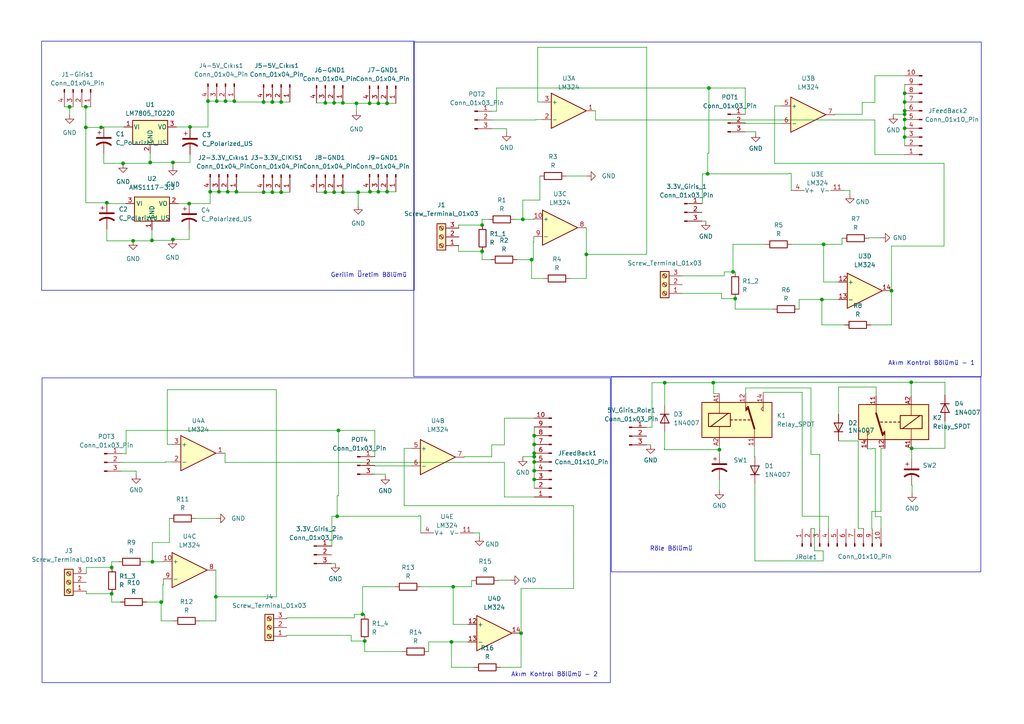
<source format=kicad_sch>
(kicad_sch (version 20230121) (generator eeschema)
  (paper "A4")
  (lib_symbols
    (symbol "Amplifier_Operational:LM324" (pin_names (offset 0.127))
      (property "Reference" "U" (at 0 5.08 0))
      (property "Value" "LM324" (at 0 -5.08 0))
      (symbol "LM324_1_1"
        (pin output line (at 7.62 0 180) (length 2.54) (name "~") (number "1"))
        (pin input line (at -7.62 -2.54 0) (length 2.54) (name "-") (number "2"))
        (pin input line (at -7.62 2.54 0) (length 2.54) (name "+") (number "3"))
      )
      (symbol "LM324_2_1"
        (pin input line (at -7.62 2.54 0) (length 2.54) (name "+") (number "5"))
        (pin input line (at -7.62 -2.54 0) (length 2.54) (name "-") (number "6"))
        (pin output line (at 7.62 0 180) (length 2.54) (name "~") (number "7"))
      )
      (symbol "LM324_3_1"
        (pin input line (at -7.62 2.54 0) (length 2.54) (name "+") (number "10"))
        (pin output line (at 7.62 0 180) (length 2.54) (name "~") (number "8"))
        (pin input line (at -7.62 -2.54 0) (length 2.54) (name "-") (number "9"))
      )
      (symbol "LM324_4_1"
        (pin input line (at -7.62 2.54 0) (length 2.54) (name "+") (number "12"))
        (pin input line (at -7.62 -2.54 0) (length 2.54) (name "-") (number "13"))
        (pin output line (at 7.62 0 180) (length 2.54) (name "~") (number "14"))
      )
      (symbol "LM324_5_1"
        (pin power_in line (at -2.54 -7.62 90) (length 3.81) (name "V-") (number "11"))
        (pin power_in line (at -2.54 7.62 270) (length 3.81) (name "V+") (number "4"))
      )
    )
    (symbol "Connector:Conn_01x03_Pin" (pin_names (offset 1.016) hide)
      (property "Reference" "J" (at 0 5.08 0))
      (property "Value" "Conn_01x03_Pin" (at 0 -5.08 0))
      (symbol "Conn_01x03_Pin_1_1"
        (pin passive line (at 5.08 2.54 180) (length 3.81) (name "Pin_1") (number "1"))
        (pin passive line (at 5.08 0 180) (length 3.81) (name "Pin_2") (number "2"))
        (pin passive line (at 5.08 -2.54 180) (length 3.81) (name "Pin_3") (number "3"))
      )
    )
    (symbol "Connector:Conn_01x04_Pin" (pin_names (offset 1.016) hide)
      (property "Reference" "J" (at 0 5.08 0))
      (property "Value" "Conn_01x04_Pin" (at 0 -7.62 0))
      (symbol "Conn_01x04_Pin_1_1"
        (pin passive line (at 5.08 2.54 180) (length 3.81) (name "Pin_1") (number "1"))
        (pin passive line (at 5.08 0 180) (length 3.81) (name "Pin_2") (number "2"))
        (pin passive line (at 5.08 -2.54 180) (length 3.81) (name "Pin_3") (number "3"))
        (pin passive line (at 5.08 -5.08 180) (length 3.81) (name "Pin_4") (number "4"))
      )
    )
    (symbol "Connector:Conn_01x10_Pin" (pin_names (offset 1.016) hide)
      (property "Reference" "J" (at 0 12.7 0))
      (property "Value" "Conn_01x10_Pin" (at 0 -15.24 0))
      (symbol "Conn_01x10_Pin_1_1"
        (pin passive line (at 5.08 10.16 180) (length 3.81) (name "Pin_1") (number "1"))
        (pin passive line (at 5.08 -12.7 180) (length 3.81) (name "Pin_10") (number "10"))
        (pin passive line (at 5.08 7.62 180) (length 3.81) (name "Pin_2") (number "2"))
        (pin passive line (at 5.08 5.08 180) (length 3.81) (name "Pin_3") (number "3"))
        (pin passive line (at 5.08 2.54 180) (length 3.81) (name "Pin_4") (number "4"))
        (pin passive line (at 5.08 0 180) (length 3.81) (name "Pin_5") (number "5"))
        (pin passive line (at 5.08 -2.54 180) (length 3.81) (name "Pin_6") (number "6"))
        (pin passive line (at 5.08 -5.08 180) (length 3.81) (name "Pin_7") (number "7"))
        (pin passive line (at 5.08 -7.62 180) (length 3.81) (name "Pin_8") (number "8"))
        (pin passive line (at 5.08 -10.16 180) (length 3.81) (name "Pin_9") (number "9"))
      )
    )
    (symbol "Connector:Screw_Terminal_01x03" (pin_names (offset 1.016) hide)
      (property "Reference" "J" (at 0 5.08 0))
      (property "Value" "Screw_Terminal_01x03" (at 0 -5.08 0))
      (symbol "Screw_Terminal_01x03_1_1"
        (pin passive line (at -5.08 2.54 0) (length 3.81) (name "Pin_1") (number "1"))
        (pin passive line (at -5.08 0 0) (length 3.81) (name "Pin_2") (number "2"))
        (pin passive line (at -5.08 -2.54 0) (length 3.81) (name "Pin_3") (number "3"))
      )
    )
    (symbol "Device:C_Polarized_US" (pin_numbers hide) (pin_names (offset 0.254) hide)
      (property "Reference" "C" (at 0.635 2.54 0))
      (property "Value" "C_Polarized_US" (at 0.635 -2.54 0))
      (symbol "C_Polarized_US_1_1"
        (pin passive line (at 0 3.81 270) (length 2.794) (name "~") (number "1"))
        (pin passive line (at 0 -3.81 90) (length 3.302) (name "~") (number "2"))
      )
    )
    (symbol "Device:R" (pin_numbers hide) (pin_names (offset 0))
      (property "Reference" "R" (at 2.032 0 90))
      (property "Value" "R" (at 0 0 90))
      (symbol "R_1_1"
        (pin passive line (at 0 3.81 270) (length 1.27) (name "~") (number "1"))
        (pin passive line (at 0 -3.81 90) (length 1.27) (name "~") (number "2"))
      )
    )
    (symbol "Diode:1N4007" (pin_numbers hide) (pin_names hide)
      (property "Reference" "D" (at 0 2.54 0))
      (property "Value" "1N4007" (at 0 -2.54 0))
      (symbol "1N4007_1_1"
        (pin passive line (at -3.81 0 0) (length 2.54) (name "K") (number "1"))
        (pin passive line (at 3.81 0 180) (length 2.54) (name "A") (number "2"))
      )
    )
    (symbol "Regulator_Linear:AMS1117-3.3"
      (property "Reference" "U" (at -3.81 3.175 0))
      (property "Value" "AMS1117-3.3" (at 0 3.175 0))
      (symbol "AMS1117-3.3_1_1"
        (pin power_in line (at 0 -7.62 90) (length 2.54) (name "GND") (number "1"))
        (pin power_out line (at 7.62 0 180) (length 2.54) (name "VO") (number "2"))
        (pin power_in line (at -7.62 0 0) (length 2.54) (name "VI") (number "3"))
      )
    )
    (symbol "Regulator_Linear:LM7805_TO220" (pin_names (offset 0.254))
      (property "Reference" "U" (at -3.81 3.175 0))
      (property "Value" "LM7805_TO220" (at 0 3.175 0))
      (symbol "LM7805_TO220_1_1"
        (pin power_in line (at -7.62 0 0) (length 2.54) (name "VI") (number "1"))
        (pin power_in line (at 0 -7.62 90) (length 2.54) (name "GND") (number "2"))
        (pin power_out line (at 7.62 0 180) (length 2.54) (name "VO") (number "3"))
      )
    )
    (symbol "Relay:Relay_SPDT"
      (property "Reference" "K" (at 11.43 3.81 0))
      (property "Value" "Relay_SPDT" (at 11.43 1.27 0))
      (symbol "Relay_SPDT_1_1"
        (pin passive line (at 5.08 -7.62 90) (length 2.54) (name "~") (number "11"))
        (pin passive line (at 2.54 7.62 270) (length 2.54) (name "~") (number "12"))
        (pin passive line (at 7.62 7.62 270) (length 2.54) (name "~") (number "14"))
        (pin passive line (at -5.08 7.62 270) (length 2.54) (name "~") (number "A1"))
        (pin passive line (at -5.08 -7.62 90) (length 2.54) (name "~") (number "A2"))
      )
    )
    (symbol "power:GND" (power) (pin_names (offset 0))
      (property "Value" "GND" (at 0 -3.81 0))
      (symbol "GND_1_1"
        (pin power_in line (at 0 0 270) (length 0) hide (name "GND") (number "1"))
      )
    )
  )
  (junction (at 154.178 75.311))
  (junction (at 151.13 183.642))
  (junction (at 30.988 58.801))
  (junction (at 38.608 69.85))
  (junction (at 107.188 29.972))
  (junction (at 62.865 29.337))
  (junction (at 262.382 29.591))
  (junction (at 29.337 36.957))
  (junction (at 262.382 34.671))
  (junction (at 65.405 29.337))
  (junction (at 206.883 110.998))
  (junction (at 99.441 55.753))
  (junction (at 50.165 69.469))
  (junction (at 103.886 55.753))
  (junction (at 131.445 170.18))
  (junction (at 262.382 37.211))
  (junction (at 262.382 39.751))
  (junction (at 44.196 162.941))
  (junction (at 81.534 29.591))
  (junction (at 63.5 55.626))
  (junction (at 212.598 78.867))
  (junction (at 24.892 30.988))
  (junction (at 62.611 173.101))
  (junction (at 109.728 29.972))
  (junction (at 76.454 55.753))
  (junction (at 151.638 63.627))
  (junction (at 99.441 29.845))
  (junction (at 32.385 172.212))
  (junction (at 24.892 36.957))
  (junction (at 107.315 55.626))
  (junction (at 103.378 29.972))
  (junction (at 105.791 185.928))
  (junction (at 154.94 136.525))
  (junction (at 262.382 27.051))
  (junction (at 98.171 124.841))
  (junction (at 264.414 130.048))
  (junction (at 105.156 178.181))
  (junction (at 60.325 29.337))
  (junction (at 54.864 59.055))
  (junction (at 208.661 130.429))
  (junction (at 44.069 69.723))
  (junction (at 262.382 32.131))
  (junction (at 238.887 70.866))
  (junction (at 96.901 29.845))
  (junction (at 109.728 55.626))
  (junction (at 20.193 30.988))
  (junction (at 130.937 186.182))
  (junction (at 205.232 50.419))
  (junction (at 139.827 65.278))
  (junction (at 262.382 33.147))
  (junction (at 154.94 133.985))
  (junction (at 67.945 29.337))
  (junction (at 81.534 55.753))
  (junction (at 68.58 55.626))
  (junction (at 46.736 174.625))
  (junction (at 32.385 164.592))
  (junction (at 96.901 55.753))
  (junction (at 213.233 86.614))
  (junction (at 154.94 131.445))
  (junction (at 154.94 128.905))
  (junction (at 170.053 73.787))
  (junction (at 55.118 36.83))
  (junction (at 112.268 55.626))
  (junction (at 50.165 47.117))
  (junction (at 192.786 110.998))
  (junction (at 35.687 47.371))
  (junction (at 94.361 29.845))
  (junction (at 258.572 84.328))
  (junction (at 78.994 29.591))
  (junction (at 238.379 86.868))
  (junction (at 264.287 110.871))
  (junction (at 66.04 55.626))
  (junction (at 112.268 29.972))
  (junction (at 76.454 29.591))
  (junction (at 154.94 126.365))
  (junction (at 154.94 139.065))
  (junction (at 205.613 25.527))
  (junction (at 78.994 55.753))
  (junction (at 154.94 132.461))
  (junction (at 139.827 72.898))
  (junction (at 60.96 55.626))
  (junction (at 97.79 149.733))
  (junction (at 43.561 47.117))
  (junction (at 94.361 55.753))
  (wire (pts (xy 242.062 33.147) (xy 242.062 33.274)))
  (wire (pts (xy 238.379 94.234) (xy 238.379 86.868)))
  (wire (pts (xy 148.082 168.275) (xy 144.526 168.275)))
  (wire (pts (xy 154.94 123.825) (xy 154.94 126.365)))
  (wire (pts (xy 122.047 149.606) (xy 121.412 149.606)))
  (wire (pts (xy 124.333 186.182) (xy 124.333 188.976)))
  (wire (pts (xy 117.221 146.685) (xy 117.221 130.048)))
  (wire (pts (xy 44.069 69.723) (xy 44.069 69.85)))
  (wire (pts (xy 264.287 114.808) (xy 264.287 110.871)))
  (wire (pts (xy 259.08 33.147) (xy 259.08 33.274)))
  (wire (pts (xy 112.268 55.626) (xy 114.808 55.626)))
  (wire (pts (xy 80.137 173.101) (xy 80.137 113.03)))
  (wire (pts (xy 248.92 153.289) (xy 250.444 153.289)))
  (wire (pts (xy 83.185 184.277) (xy 101.854 184.277)))
  (wire (pts (xy 258.572 71.374) (xy 273.812 71.374)))
  (wire (pts (xy 132.969 71.247) (xy 133.096 71.247)))
  (wire (pts (xy 51.689 59.055) (xy 54.864 59.055)))
  (wire (pts (xy 154.94 136.525) (xy 154.94 139.065)))
  (wire (pts (xy 24.892 58.801) (xy 24.892 36.957)))
  (wire (pts (xy 258.572 84.328) (xy 258.445 84.328)))
  (wire (pts (xy 187.579 73.787) (xy 187.579 13.716)))
  (wire (pts (xy 154.178 75.311) (xy 154.686 75.311)))
  (wire (pts (xy 262.382 32.131) (xy 262.382 33.147)))
  (wire (pts (xy 250.063 33.147) (xy 250.063 29.718)))
  (wire (pts (xy 244.729 55.245) (xy 246.507 55.245)))
  (wire (pts (xy 109.728 55.626) (xy 112.268 55.626)))
  (wire (pts (xy 231.775 86.868) (xy 231.775 89.662)))
  (wire (pts (xy 107.188 55.626) (xy 107.315 55.626)))
  (wire (pts (xy 192.659 130.175) (xy 192.786 130.175)))
  (wire (pts (xy 132.969 66.167) (xy 133.096 66.167)))
  (wire (pts (xy 246.507 55.245) (xy 246.507 56.388)))
  (wire (pts (xy 144.018 25.527) (xy 144.018 32.258)))
  (wire (pts (xy 20.193 30.988) (xy 21.209 30.988)))
  (wire (pts (xy 134.62 132.461) (xy 142.621 132.461)))
  (wire (pts (xy 47.244 169.545) (xy 47.244 174.625)))
  (wire (pts (xy 157.734 80.772) (xy 154.178 80.772)))
  (wire (pts (xy 264.287 110.871) (xy 274.066 110.871)))
  (wire (pts (xy 142.621 129.032) (xy 146.304 129.032)))
  (wire (pts (xy 170.053 80.772) (xy 170.053 73.787)))
  (wire (pts (xy 218.821 132.461) (xy 218.948 132.461)))
  (wire (pts (xy 172.72 32.131) (xy 172.593 32.131)))
  (wire (pts (xy 187.579 129.032) (xy 188.722 129.032)))
  (wire (pts (xy 237.744 131.826) (xy 235.204 131.826)))
  (wire (pts (xy 44.069 66.675) (xy 44.069 69.723)))
  (wire (pts (xy 238.76 159.766) (xy 236.22 159.766)))
  (wire (pts (xy 55.118 36.83) (xy 60.325 36.83)))
  (wire (pts (xy 192.786 130.175) (xy 192.786 125.222)))
  (wire (pts (xy 24.892 30.988) (xy 26.289 30.988)))
  (wire (pts (xy 139.827 65.278) (xy 139.954 65.278)))
  (wire (pts (xy 197.866 85.09) (xy 209.296 85.09)))
  (wire (pts (xy 146.304 134.112) (xy 146.304 144.145)))
  (wire (pts (xy 206.883 110.871) (xy 264.287 110.871)))
  (wire (pts (xy 255.524 153.416) (xy 255.524 149.86)))
  (wire (pts (xy 172.72 34.798) (xy 253.746 34.798)))
  (wire (pts (xy 121.412 149.606) (xy 121.412 149.733)))
  (wire (pts (xy 155.448 34.798) (xy 155.448 34.671)))
  (wire (pts (xy 144.526 168.275) (xy 144.526 168.402)))
  (wire (pts (xy 244.221 69.088) (xy 244.348 69.088)))
  (wire (pts (xy 83.185 179.197) (xy 102.743 179.197)))
  (wire (pts (xy 192.786 110.998) (xy 192.786 117.602)))
  (wire (pts (xy 238.379 86.868) (xy 231.775 86.868)))
  (wire (pts (xy 218.821 129.413) (xy 218.821 132.461)))
  (wire (pts (xy 208.661 129.413) (xy 208.661 130.429)))
  (wire (pts (xy 216.154 38.227) (xy 219.202 38.227)))
  (wire (pts (xy 262.382 34.671) (xy 262.382 37.211)))
  (wire (pts (xy 213.233 89.662) (xy 213.233 86.614)))
  (wire (pts (xy 32.385 172.212) (xy 32.512 172.212)))
  (wire (pts (xy 47.371 162.941) (xy 47.371 162.814)))
  (wire (pts (xy 238.76 162.687) (xy 238.76 159.766)))
  (wire (pts (xy 94.361 55.753) (xy 96.901 55.753)))
  (wire (pts (xy 229.489 55.245) (xy 229.489 50.292)))
  (wire (pts (xy 274.066 130.048) (xy 264.414 130.048)))
  (wire (pts (xy 151.13 183.642) (xy 151.003 183.642)))
  (wire (pts (xy 226.822 35.814) (xy 216.154 35.814)))
  (wire (pts (xy 108.712 137.541) (xy 111.76 137.541)))
  (wire (pts (xy 154.94 131.445) (xy 154.94 132.461)))
  (wire (pts (xy 135.763 186.182) (xy 130.937 186.182)))
  (wire (pts (xy 262.382 29.591) (xy 262.382 32.131)))
  (wire (pts (xy 255.524 130.048) (xy 256.667 130.048)))
  (wire (pts (xy 142.748 37.338) (xy 146.939 37.338)))
  (wire (pts (xy 42.545 174.625) (xy 46.736 174.625)))
  (wire (pts (xy 250.444 153.289) (xy 250.444 153.416)))
  (wire (pts (xy 50.165 47.117) (xy 43.561 47.117)))
  (wire (pts (xy 51.181 36.83) (xy 55.118 36.83)))
  (wire (pts (xy 81.534 29.591) (xy 84.074 29.591)))
  (wire (pts (xy 96.901 55.753) (xy 99.441 55.753)))
  (wire (pts (xy 253.746 21.971) (xy 262.382 21.971)))
  (wire (pts (xy 94.361 29.845) (xy 96.901 29.845)))
  (wire (pts (xy 116.713 188.976) (xy 105.791 188.976)))
  (wire (pts (xy 99.441 29.972) (xy 99.441 29.845)))
  (wire (pts (xy 43.561 44.45) (xy 43.561 47.117)))
  (wire (pts (xy 189.103 110.998) (xy 192.786 110.998)))
  (wire (pts (xy 255.524 149.86) (xy 253.873 149.86)))
  (wire (pts (xy 216.281 112.522) (xy 216.281 114.173)))
  (wire (pts (xy 65.405 29.337) (xy 67.945 29.337)))
  (wire (pts (xy 255.524 148.336) (xy 252.857 148.336)))
  (wire (pts (xy 224.663 30.734) (xy 226.822 30.734)))
  (wire (pts (xy 187.579 13.716) (xy 155.956 13.716)))
  (wire (pts (xy 218.948 162.687) (xy 238.76 162.687)))
  (wire (pts (xy 216.154 35.814) (xy 216.154 35.687)))
  (wire (pts (xy 205.613 25.527) (xy 144.018 25.527)))
  (wire (pts (xy 78.994 29.591) (xy 81.534 29.591)))
  (wire (pts (xy 235.204 131.826) (xy 235.204 112.522)))
  (wire (pts (xy 154.94 132.461) (xy 151.638 132.461)))
  (wire (pts (xy 205.613 25.527) (xy 216.154 25.527)))
  (wire (pts (xy 23.749 30.988) (xy 24.892 30.988)))
  (wire (pts (xy 229.489 50.292) (xy 228.854 50.292)))
  (wire (pts (xy 55.118 36.83) (xy 55.118 37.211)))
  (wire (pts (xy 235.204 112.522) (xy 216.281 112.522)))
  (wire (pts (xy 48.514 128.905) (xy 49.911 128.905)))
  (wire (pts (xy 105.791 188.976) (xy 105.791 185.928)))
  (wire (pts (xy 244.221 70.866) (xy 244.221 69.088)))
  (wire (pts (xy 146.939 37.338) (xy 146.939 38.354)))
  (wire (pts (xy 112.268 29.972) (xy 114.808 29.972)))
  (wire (pts (xy 228.854 50.419) (xy 205.232 50.419)))
  (wire (pts (xy 154.686 70.231) (xy 154.813 70.231)))
  (wire (pts (xy 98.171 143.764) (xy 98.171 124.841)))
  (wire (pts (xy 62.611 173.101) (xy 62.611 165.354)))
  (wire (pts (xy 50.292 180.086) (xy 46.736 180.086)))
  (wire (pts (xy 262.382 39.751) (xy 262.382 42.291)))
  (wire (pts (xy 253.873 149.86) (xy 253.873 130.048)))
  (wire (pts (xy 154.178 75.311) (xy 154.178 80.772)))
  (wire (pts (xy 25.019 164.592) (xy 32.385 164.592)))
  (wire (pts (xy 224.155 89.662) (xy 213.233 89.662)))
  (wire (pts (xy 30.988 66.421) (xy 30.988 69.85)))
  (wire (pts (xy 203.708 50.419) (xy 203.708 59.055)))
  (wire (pts (xy 135.763 181.102) (xy 131.445 181.102)))
  (wire (pts (xy 29.337 36.957) (xy 30.099 36.957)))
  (wire (pts (xy 155.956 29.591) (xy 157.353 29.591)))
  (wire (pts (xy 50.165 47.117) (xy 55.118 47.117)))
  (wire (pts (xy 273.812 47.371) (xy 224.663 47.371)))
  (wire (pts (xy 38.608 69.85) (xy 30.988 69.85)))
  (wire (pts (xy 207.01 110.998) (xy 207.01 114.173)))
  (wire (pts (xy 98.171 124.841) (xy 108.712 124.841)))
  (wire (pts (xy 218.948 140.208) (xy 218.948 162.687)))
  (wire (pts (xy 107.315 55.626) (xy 109.728 55.626)))
  (wire (pts (xy 101.854 184.277) (xy 101.854 185.928)))
  (wire (pts (xy 258.572 71.374) (xy 258.572 84.328)))
  (wire (pts (xy 108.712 135.128) (xy 108.712 135.001)))
  (wire (pts (xy 224.663 47.371) (xy 224.663 30.734)))
  (wire (pts (xy 238.887 70.866) (xy 244.221 70.866)))
  (wire (pts (xy 142.748 34.798) (xy 155.448 34.798)))
  (wire (pts (xy 46.736 174.625) (xy 47.244 174.625)))
  (wire (pts (xy 35.941 36.83) (xy 29.337 36.83)))
  (wire (pts (xy 48.514 113.03) (xy 48.514 128.905)))
  (wire (pts (xy 232.664 113.792) (xy 232.664 149.733)))
  (wire (pts (xy 154.813 70.231) (xy 154.813 68.58)))
  (wire (pts (xy 213.233 78.867) (xy 213.233 78.994)))
  (wire (pts (xy 78.994 55.753) (xy 81.534 55.753)))
  (wire (pts (xy 142.367 75.311) (xy 139.827 75.311)))
  (wire (pts (xy 151.638 58.039) (xy 151.638 63.627)))
  (wire (pts (xy 134.62 132.461) (xy 134.62 132.588)))
  (wire (pts (xy 60.325 36.83) (xy 60.325 29.337)))
  (wire (pts (xy 237.744 153.416) (xy 237.744 131.826)))
  (wire (pts (xy 192.659 130.429) (xy 208.661 130.429)))
  (wire (pts (xy 156.591 58.039) (xy 151.638 58.039)))
  (wire (pts (xy 255.524 130.048) (xy 255.524 148.336)))
  (wire (pts (xy 154.94 126.365) (xy 154.94 128.905)))
  (wire (pts (xy 18.669 30.988) (xy 20.193 30.988)))
  (wire (pts (xy 197.866 80.01) (xy 210.058 80.01)))
  (wire (pts (xy 96.266 149.733) (xy 96.266 158.369)))
  (wire (pts (xy 141.732 63.627) (xy 139.827 63.627)))
  (wire (pts (xy 206.883 110.998) (xy 207.01 110.998)))
  (wire (pts (xy 32.385 164.592) (xy 32.512 164.592)))
  (wire (pts (xy 43.561 47.117) (xy 43.561 47.371)))
  (wire (pts (xy 107.315 55.753) (xy 107.315 55.626)))
  (wire (pts (xy 154.813 63.627) (xy 154.813 63.5)))
  (wire (pts (xy 151.638 63.627) (xy 154.813 63.627)))
  (wire (pts (xy 67.945 29.591) (xy 67.945 29.337)))
  (wire (pts (xy 50.165 69.723) (xy 50.165 69.469)))
  (wire (pts (xy 156.591 51.054) (xy 156.591 58.039)))
  (wire (pts (xy 252.603 94.234) (xy 258.572 94.234)))
  (wire (pts (xy 76.454 29.591) (xy 78.994 29.591)))
  (wire (pts (xy 146.304 121.285) (xy 154.94 121.285)))
  (wire (pts (xy 262.382 33.147) (xy 259.08 33.147)))
  (wire (pts (xy 262.382 37.211) (xy 262.382 39.751)))
  (wire (pts (xy 109.728 29.972) (xy 112.268 29.972)))
  (wire (pts (xy 262.382 44.831) (xy 253.746 44.831)))
  (wire (pts (xy 253.746 29.718) (xy 253.746 21.971)))
  (wire (pts (xy 62.611 173.101) (xy 80.137 173.101)))
  (wire (pts (xy 105.156 178.181) (xy 105.791 178.181)))
  (wire (pts (xy 102.743 179.197) (xy 102.743 178.181)))
  (wire (pts (xy 212.598 70.866) (xy 212.598 78.867)))
  (wire (pts (xy 240.284 149.733) (xy 240.284 153.416)))
  (wire (pts (xy 248.92 127.889) (xy 243.205 127.889)))
  (wire (pts (xy 155.956 13.716) (xy 155.956 29.591)))
  (wire (pts (xy 130.937 186.182) (xy 124.333 186.182)))
  (wire (pts (xy 132.969 65.278) (xy 139.827 65.278)))
  (wire (pts (xy 151.13 170.688) (xy 166.37 170.688)))
  (wire (pts (xy 235.204 153.289) (xy 235.204 153.416)))
  (wire (pts (xy 57.912 180.086) (xy 62.611 180.086)))
  (wire (pts (xy 139.827 72.898) (xy 139.954 72.898)))
  (wire (pts (xy 207.01 114.173) (xy 208.661 114.173)))
  (wire (pts (xy 121.412 149.733) (xy 97.79 149.733)))
  (wire (pts (xy 32.385 162.941) (xy 32.385 164.592)))
  (wire (pts (xy 56.769 150.368) (xy 62.738 150.368)))
  (wire (pts (xy 212.598 78.867) (xy 213.233 78.867)))
  (wire (pts (xy 25.019 164.592) (xy 25.019 166.37)))
  (wire (pts (xy 48.006 133.985) (xy 49.911 133.985)))
  (wire (pts (xy 107.188 29.972) (xy 103.378 29.972)))
  (wire (pts (xy 205.613 44.45) (xy 205.613 25.527)))
  (wire (pts (xy 68.58 55.753) (xy 68.58 55.626)))
  (wire (pts (xy 146.304 129.032) (xy 146.304 121.285)))
  (wire (pts (xy 46.736 174.625) (xy 46.736 180.086)))
  (wire (pts (xy 96.266 158.369) (xy 96.139 158.369)))
  (wire (pts (xy 131.445 170.18) (xy 131.445 181.102)))
  (wire (pts (xy 254.127 112.268) (xy 254.127 114.808)))
  (wire (pts (xy 248.92 127.889) (xy 248.92 153.289)))
  (wire (pts (xy 48.006 134.112) (xy 48.006 133.985)))
  (wire (pts (xy 96.901 29.845) (xy 99.441 29.845)))
  (wire (pts (xy 236.22 159.766) (xy 236.22 153.289)))
  (wire (pts (xy 114.554 170.18) (xy 105.156 170.18)))
  (wire (pts (xy 105.156 170.18) (xy 105.156 178.181)))
  (wire (pts (xy 154.94 128.905) (xy 154.94 131.445)))
  (wire (pts (xy 273.812 71.374) (xy 273.812 47.371)))
  (wire (pts (xy 36.576 124.841) (xy 36.576 131.572)))
  (wire (pts (xy 103.378 29.972) (xy 99.441 29.972)))
  (wire (pts (xy 83.185 179.197) (xy 83.185 179.451)))
  (wire (pts (xy 29.337 36.83) (xy 29.337 36.957)))
  (wire (pts (xy 166.37 146.685) (xy 117.221 146.685)))
  (wire (pts (xy 108.712 124.841) (xy 108.712 132.461)))
  (wire (pts (xy 154.94 144.145) (xy 146.304 144.145)))
  (wire (pts (xy 111.76 137.541) (xy 111.76 137.922)))
  (wire (pts (xy 60.325 29.337) (xy 62.865 29.337)))
  (wire (pts (xy 130.937 193.548) (xy 130.937 186.182)))
  (wire (pts (xy 65.278 134.112) (xy 146.304 134.112)))
  (wire (pts (xy 97.79 143.764) (xy 97.79 149.733)))
  (wire (pts (xy 229.616 70.866) (xy 238.887 70.866)))
  (wire (pts (xy 103.378 29.972) (xy 103.378 32.258)))
  (wire (pts (xy 139.065 154.559) (xy 139.065 155.702)))
  (wire (pts (xy 83.185 184.531) (xy 83.185 184.277)))
  (wire (pts (xy 170.053 73.787) (xy 187.579 73.787)))
  (wire (pts (xy 137.287 154.559) (xy 139.065 154.559)))
  (wire (pts (xy 221.361 113.792) (xy 232.664 113.792)))
  (wire (pts (xy 35.306 134.112) (xy 48.006 134.112)))
  (wire (pts (xy 101.854 185.928) (xy 105.791 185.928)))
  (wire (pts (xy 35.306 136.652) (xy 39.497 136.652)))
  (wire (pts (xy 274.066 110.871) (xy 274.066 114.554)))
  (wire (pts (xy 154.94 133.985) (xy 154.94 132.461)))
  (wire (pts (xy 205.232 44.45) (xy 205.232 50.419)))
  (wire (pts (xy 44.069 69.723) (xy 50.165 69.723)))
  (wire (pts (xy 103.886 55.753) (xy 107.315 55.753)))
  (wire (pts (xy 155.448 34.671) (xy 157.353 34.671)))
  (wire (pts (xy 264.541 143.002) (xy 264.541 140.716)))
  (wire (pts (xy 144.018 32.258) (xy 142.748 32.258)))
  (wire (pts (xy 205.232 50.419) (xy 203.708 50.419)))
  (wire (pts (xy 238.887 70.866) (xy 238.887 81.788)))
  (wire (pts (xy 60.96 55.626) (xy 63.5 55.626)))
  (wire (pts (xy 203.581 64.135) (xy 204.724 64.135)))
  (wire (pts (xy 253.873 130.048) (xy 252.984 130.048)))
  (wire (pts (xy 117.221 130.048) (xy 119.38 130.048)))
  (wire (pts (xy 97.79 149.733) (xy 96.266 149.733)))
  (wire (pts (xy 151.638 132.461) (xy 151.638 132.588)))
  (wire (pts (xy 253.746 34.798) (xy 253.746 44.831)))
  (wire (pts (xy 50.165 47.117) (xy 50.165 48.26)))
  (wire (pts (xy 243.205 86.868) (xy 238.379 86.868)))
  (wire (pts (xy 264.414 130.048) (xy 264.287 130.048)))
  (wire (pts (xy 252.984 130.175) (xy 251.587 130.175)))
  (wire (pts (xy 250.063 29.718) (xy 253.746 29.718)))
  (wire (pts (xy 132.969 65.278) (xy 132.969 66.167)))
  (wire (pts (xy 206.883 110.871) (xy 206.883 110.998)))
  (wire (pts (xy 154.94 139.065) (xy 154.94 141.605)))
  (wire (pts (xy 76.454 55.753) (xy 78.994 55.753)))
  (wire (pts (xy 243.205 81.788) (xy 238.887 81.788)))
  (wire (pts (xy 221.361 114.173) (xy 221.361 113.792)))
  (wire (pts (xy 102.743 178.181) (xy 105.156 178.181)))
  (wire (pts (xy 103.886 55.753) (xy 103.886 59.563)))
  (wire (pts (xy 91.821 55.753) (xy 94.361 55.753)))
  (wire (pts (xy 20.193 30.988) (xy 20.193 33.274)))
  (wire (pts (xy 274.066 122.174) (xy 274.066 130.048)))
  (wire (pts (xy 209.296 86.614) (xy 213.233 86.614)))
  (wire (pts (xy 96.139 163.449) (xy 97.282 163.449)))
  (wire (pts (xy 30.988 58.801) (xy 24.892 58.801)))
  (wire (pts (xy 139.827 75.311) (xy 139.827 72.898)))
  (wire (pts (xy 170.053 73.787) (xy 170.053 66.04)))
  (wire (pts (xy 208.661 139.192) (xy 208.661 142.24)))
  (wire (pts (xy 243.205 120.142) (xy 243.205 112.268)))
  (wire (pts (xy 154.94 133.985) (xy 154.94 136.525)))
  (wire (pts (xy 97.79 143.764) (xy 98.171 143.764)))
  (wire (pts (xy 54.864 66.675) (xy 54.864 69.469)))
  (wire (pts (xy 76.454 29.591) (xy 67.945 29.591)))
  (wire (pts (xy 80.137 113.03) (xy 48.514 113.03)))
  (wire (pts (xy 136.779 168.402) (xy 136.906 168.402)))
  (wire (pts (xy 105.791 178.181) (xy 105.791 178.308)))
  (wire (pts (xy 264.414 130.048) (xy 264.414 133.096)))
  (wire (pts (xy 151.13 170.688) (xy 151.13 183.642)))
  (wire (pts (xy 119.38 135.128) (xy 108.712 135.128)))
  (wire (pts (xy 255.524 68.961) (xy 251.968 68.961)))
  (wire (pts (xy 221.996 70.866) (xy 212.598 70.866)))
  (wire (pts (xy 244.983 94.234) (xy 238.379 94.234)))
  (wire (pts (xy 49.149 157.353) (xy 44.196 157.353)))
  (wire (pts (xy 34.29 162.941) (xy 32.385 162.941)))
  (wire (pts (xy 219.202 38.227) (xy 219.202 38.608)))
  (wire (pts (xy 66.04 55.626) (xy 68.58 55.626)))
  (wire (pts (xy 165.354 80.772) (xy 170.053 80.772)))
  (wire (pts (xy 30.099 47.371) (xy 30.099 44.577)))
  (wire (pts (xy 36.576 131.572) (xy 35.306 131.572)))
  (wire (pts (xy 252.857 153.416) (xy 252.984 153.416)))
  (wire (pts (xy 210.058 80.01) (xy 210.058 78.867)))
  (wire (pts (xy 99.441 55.753) (xy 103.886 55.753)))
  (wire (pts (xy 65.278 134.112) (xy 65.278 131.445)))
  (wire (pts (xy 65.278 131.445) (xy 65.151 131.445)))
  (wire (pts (xy 62.865 29.337) (xy 65.405 29.337)))
  (wire (pts (xy 39.497 136.652) (xy 39.497 137.668)))
  (wire (pts (xy 258.572 84.328) (xy 258.572 94.234)))
  (wire (pts (xy 228.854 50.292) (xy 228.854 50.419)))
  (wire (pts (xy 264.541 140.716) (xy 264.414 140.716)))
  (wire (pts (xy 139.827 63.627) (xy 139.827 65.278)))
  (wire (pts (xy 251.587 130.175) (xy 251.587 130.048)))
  (wire (pts (xy 243.205 112.268) (xy 254.127 112.268)))
  (wire (pts (xy 43.561 47.371) (xy 35.687 47.371)))
  (wire (pts (xy 107.188 29.972) (xy 109.728 29.972)))
  (wire (pts (xy 166.37 170.688) (xy 166.37 146.685)))
  (wire (pts (xy 122.047 154.559) (xy 122.047 149.606)))
  (wire (pts (xy 251.968 68.961) (xy 251.968 69.088)))
  (wire (pts (xy 209.296 85.09) (xy 209.296 86.614)))
  (wire (pts (xy 149.352 63.627) (xy 151.638 63.627)))
  (wire (pts (xy 137.541 193.548) (xy 130.937 193.548)))
  (wire (pts (xy 210.058 78.867) (xy 212.598 78.867)))
  (wire (pts (xy 41.91 162.941) (xy 44.196 162.941)))
  (wire (pts (xy 189.103 123.952) (xy 189.103 110.998)))
  (wire (pts (xy 149.987 75.311) (xy 154.178 75.311)))
  (wire (pts (xy 60.96 59.055) (xy 54.864 59.055)))
  (wire (pts (xy 44.196 157.353) (xy 44.196 162.941)))
  (wire (pts (xy 243.205 127.889) (xy 243.205 127.762)))
  (wire (pts (xy 81.534 55.753) (xy 84.074 55.753)))
  (wire (pts (xy 262.382 34.671) (xy 262.382 33.147)))
  (wire (pts (xy 30.988 59.055) (xy 30.988 58.801)))
  (wire (pts (xy 216.154 25.527) (xy 216.154 33.147)))
  (wire (pts (xy 25.019 172.212) (xy 25.019 171.45)))
  (wire (pts (xy 62.611 180.086) (xy 62.611 173.101)))
  (wire (pts (xy 242.062 33.147) (xy 250.063 33.147)))
  (wire (pts (xy 50.038 69.469) (xy 50.165 69.469)))
  (wire (pts (xy 151.13 183.642) (xy 151.13 193.548)))
  (wire (pts (xy 47.244 169.545) (xy 47.371 169.545)))
  (wire (pts (xy 35.687 47.371) (xy 35.687 47.498)))
  (wire (pts (xy 34.925 174.625) (xy 32.385 174.625)))
  (wire (pts (xy 32.385 174.625) (xy 32.385 172.212)))
  (wire (pts (xy 55.118 47.117) (xy 55.118 44.831)))
  (wire (pts (xy 192.786 110.998) (xy 206.883 110.998)))
  (wire (pts (xy 50.165 69.469) (xy 54.864 69.469)))
  (wire (pts (xy 98.171 124.841) (xy 36.576 124.841)))
  (wire (pts (xy 192.659 130.175) (xy 192.659 130.429)))
  (wire (pts (xy 142.621 132.461) (xy 142.621 129.032)))
  (wire (pts (xy 252.984 130.048) (xy 252.984 130.175)))
  (wire (pts (xy 205.232 44.45) (xy 205.613 44.45)))
  (wire (pts (xy 36.449 59.055) (xy 30.988 59.055)))
  (wire (pts (xy 49.149 150.368) (xy 49.149 157.353)))
  (wire (pts (xy 154.686 70.231) (xy 154.686 75.311)))
  (wire (pts (xy 164.211 51.054) (xy 170.18 51.054)))
  (wire (pts (xy 122.174 170.18) (xy 131.445 170.18)))
  (wire (pts (xy 145.161 193.548) (xy 151.13 193.548)))
  (wire (pts (xy 24.892 30.988) (xy 24.892 36.957)))
  (wire (pts (xy 236.22 153.289) (xy 235.204 153.289)))
  (wire (pts (xy 35.687 47.371) (xy 30.099 47.371)))
  (wire (pts (xy 132.969 72.898) (xy 132.969 71.247)))
  (wire (pts (xy 262.382 24.511) (xy 262.382 27.051)))
  (wire (pts (xy 63.5 55.626) (xy 66.04 55.626)))
  (wire (pts (xy 131.445 170.18) (xy 136.779 170.18)))
  (wire (pts (xy 132.969 72.898) (xy 139.827 72.898)))
  (wire (pts (xy 218.948 132.461) (xy 218.948 132.588)))
  (wire (pts (xy 25.019 172.212) (xy 32.385 172.212)))
  (wire (pts (xy 208.661 130.429) (xy 208.661 131.572)))
  (wire (pts (xy 262.382 27.051) (xy 262.382 29.591)))
  (wire (pts (xy 24.892 36.957) (xy 29.337 36.957)))
  (wire (pts (xy 47.371 169.545) (xy 47.371 167.894)))
  (wire (pts (xy 232.664 149.733) (xy 240.284 149.733)))
  (wire (pts (xy 252.857 148.336) (xy 252.857 153.416)))
  (wire (pts (xy 60.96 55.626) (xy 60.96 59.055)))
  (wire (pts (xy 76.454 55.753) (xy 68.58 55.753)))
  (wire (pts (xy 44.196 162.941) (xy 47.371 162.941)))
  (wire (pts (xy 203.708 59.055) (xy 203.581 59.055)))
  (wire (pts (xy 91.821 29.845) (xy 94.361 29.845)))
  (wire (pts (xy 187.579 123.952) (xy 189.103 123.952)))
  (wire (pts (xy 44.069 69.85) (xy 38.608 69.85)))
  (wire (pts (xy 136.779 170.18) (xy 136.779 168.402)))
  (wire (pts (xy 172.72 34.798) (xy 172.72 32.131)))
  (rectangle (start 120.015 12.192) (end 284.607 109.22))
  (rectangle (start 12.065 11.938) (end 120.142 84.201))
  (rectangle (start 12.192 109.601) (end 177.038 197.993))
  (rectangle (start 177.292 109.347) (end 284.48 165.862))
  (text "Akım Kontrol Bölümü - 1" (at 257.556 106.172 0) (effects (font (size 1.27 1.27)) (justify left bottom)))
  (text "Gerilim Üretim Bölümü" (at 95.885 80.645 0) (effects (font (size 1.27 1.27)) (justify left bottom)))
  (text "Akım Kontrol Bölümü - 2" (at 148.209 196.469 0) (effects (font (size 1.27 1.27)) (justify left bottom)))
  (text "Röle Bölümü" (at 188.468 160.02 0) (effects (font (size 1.27 1.27)) (justify left bottom)))
  (symbol (lib_id "power:GND") (at 103.886 59.563 0) (unit 1)
    (property "Reference" "#PWR06" (effects hide))
    (property "Value" "GND" (at 103.886 64.77 0))
  )
  (symbol (lib_id "Device:R") (at 248.158 69.088 90) (unit 1)
    (property "Reference" "R7" (at 248.158 63.5 90))
    (property "Value" "R" (at 248.158 66.04 90))
    (property "Footprint" "Resistor_THT:R_Axial_DIN0207_L6.3mm_D2.5mm_P15.24mm_Horizontal" (effects hide))
  )
  (symbol (lib_id "Connector:Conn_01x04_Pin") (at 65.405 24.257 270) (unit 1)
    (property "Reference" "J4-5V_Cıkıs1" (at 64.135 19.05 90))
    (property "Value" "Conn_01x04_Pin" (at 64.135 21.59 90))
    (property "Footprint" "Connector:FanPinHeader_1x04_P2.54mm_Vertical" (effects hide))
  )
  (symbol (lib_id "Device:R") (at 225.806 70.866 90) (unit 1)
    (property "Reference" "R5" (at 225.806 65.278 90))
    (property "Value" "R" (at 225.806 67.818 90))
    (property "Footprint" "Resistor_THT:R_Axial_DIN0207_L6.3mm_D2.5mm_P15.24mm_Horizontal" (effects hide))
  )
  (symbol (lib_id "Regulator_Linear:AMS1117-3.3") (at 44.069 59.055 0) (unit 1)
    (property "Reference" "U2" (at 44.069 51.816 0))
    (property "Value" "AMS1117-3.3" (at 44.069 54.356 0))
    (property "Footprint" "Package_TO_SOT_SMD:SOT-223-3_TabPin2" (effects hide))
    (property "Datasheet" "http://www.advanced-monolithic.com/pdf/ds1117.pdf" (effects hide))
  )
  (symbol (lib_id "Connector:Conn_01x04_Pin") (at 96.901 24.765 270) (unit 1)
    (property "Reference" "J6-GND1" (at 95.631 20.32 90))
    (property "Value" "Conn_01x04_Pin" (at 95.631 22.86 90))
    (property "Footprint" "Connector:FanPinHeader_1x04_P2.54mm_Vertical" (effects hide))
  )
  (symbol (lib_id "Regulator_Linear:LM7805_TO220") (at 43.561 36.83 0) (unit 1)
    (property "Reference" "U1" (at 43.561 30.353 0))
    (property "Value" "LM7805_TO220" (at 43.561 32.893 0))
    (property "Footprint" "Package_TO_SOT_THT:TO-220-3_Vertical" (effects hide))
    (property "Datasheet" "https://www.onsemi.cn/PowerSolutions/document/MC7800-D.PDF" (effects hide))
  )
  (symbol (lib_id "Device:R") (at 38.735 174.625 90) (unit 1)
    (property "Reference" "R10" (at 38.735 169.037 90))
    (property "Value" "R" (at 38.735 171.577 90))
    (property "Footprint" "Resistor_THT:R_Axial_DIN0207_L6.3mm_D2.5mm_P15.24mm_Horizontal" (effects hide))
  )
  (symbol (lib_id "Device:C_Polarized_US") (at 208.661 135.382 0) (unit 1)
    (property "Reference" "SW1" (at 212.725 133.477 0) (effects (justify left)))
    (property "Value" "C_Polarized_US" (effects hide))
    (property "Footprint" "Capacitor_THT:CP_Axial_L10.0mm_D4.5mm_P15.00mm_Horizontal" (effects hide))
  )
  (symbol (lib_id "power:GND") (at 35.687 47.498 0) (unit 1)
    (property "Reference" "#PWR02" (effects hide))
    (property "Value" "GND" (at 35.687 52.705 0))
  )
  (symbol (lib_id "Connector:Conn_01x10_Pin") (at 160.02 133.985 180) (unit 1)
    (property "Reference" "JFeedBack1" (at 161.798 131.445 0) (effects (justify right)))
    (property "Value" "Conn_01x10_Pin" (at 160.782 133.985 0) (effects (justify right)))
    (property "Footprint" "Connector_PinHeader_2.54mm:PinHeader_1x10_P2.54mm_Vertical" (effects hide))
  )
  (symbol (lib_id "Device:R") (at 52.959 150.368 90) (unit 1)
    (property "Reference" "R11" (at 52.959 144.78 90))
    (property "Value" "R" (at 52.959 147.32 90))
    (property "Footprint" "Resistor_THT:R_Axial_DIN0207_L6.3mm_D2.5mm_P15.24mm_Horizontal" (effects hide))
  )
  (symbol (lib_id "Connector:Conn_01x03_Pin") (at 198.501 61.595 0) (unit 1)
    (property "Reference" "3.3V_Giris_1" (at 199.136 54.102 0))
    (property "Value" "Conn_01x03_Pin" (at 199.136 56.642 0))
    (property "Footprint" "Connector:FanPinHeader_1x03_P2.54mm_Vertical" (effects hide))
  )
  (symbol (lib_id "Device:R") (at 105.791 182.118 0) (unit 1)
    (property "Reference" "R1_4" (at 107.823 180.848 0) (effects (justify left)))
    (property "Value" "R" (at 107.823 183.388 0) (effects (justify left)))
    (property "Footprint" "Resistor_THT:R_Axial_Power_L20.0mm_W6.4mm_P22.40mm" (effects hide))
  )
  (symbol (lib_id "power:GND") (at 188.722 129.032 0) (unit 1)
    (property "Reference" "#PWR022" (effects hide))
    (property "Value" "GND" (at 188.722 133.477 0))
  )
  (symbol (lib_id "Connector:Screw_Terminal_01x03") (at 192.786 82.55 180) (unit 1)
    (property "Reference" "J2" (effects hide))
    (property "Value" "Screw_Terminal_01x03" (at 192.786 76.327 0))
    (property "Footprint" "TerminalBlock_MetzConnect:TerminalBlock_MetzConnect_Type011_RT05503HBWC_1x03_P5.00mm_Horizontal" (effects hide))
  )
  (symbol (lib_id "Connector:Conn_01x03_Pin") (at 211.074 35.687 0) (unit 1)
    (property "Reference" "POT1" (at 211.709 28.194 0))
    (property "Value" "Conn_01x03_Pin" (at 211.709 30.734 0))
    (property "Footprint" "Connector:FanPinHeader_1x03_P2.54mm_Vertical" (effects hide))
  )
  (symbol (lib_id "Device:R") (at 141.351 193.548 90) (unit 1)
    (property "Reference" "R16" (at 141.351 187.96 90))
    (property "Value" "R" (at 141.351 190.5 90))
    (property "Footprint" "Resistor_THT:R_Axial_DIN0207_L6.3mm_D2.5mm_P15.24mm_Horizontal" (effects hide))
  )
  (symbol (lib_id "power:GND") (at 148.082 168.275 90) (unit 1)
    (property "Reference" "#PWR020" (effects hide))
    (property "Value" "GND" (at 151.511 168.275 90) (effects (justify right)))
  )
  (symbol (lib_id "Device:R") (at 248.793 94.234 90) (unit 1)
    (property "Reference" "R8" (at 248.793 88.646 90))
    (property "Value" "R" (at 248.793 91.186 90))
    (property "Footprint" "Resistor_THT:R_Axial_DIN0207_L6.3mm_D2.5mm_P15.24mm_Horizontal" (effects hide))
  )
  (symbol (lib_id "power:GND") (at 111.76 137.922 0) (unit 1)
    (property "Reference" "#PWR018" (effects hide))
    (property "Value" "GND" (at 111.76 142.367 0))
  )
  (symbol (lib_id "Amplifier_Operational:LM324") (at 143.383 183.642 0) (unit 4)
    (property "Reference" "U4" (at 143.383 173.609 0))
    (property "Value" "LM324" (at 143.383 176.149 0))
    (property "Footprint" "Package_SO:SOIC-14_3.9x8.7mm_P1.27mm" (effects hide))
    (property "Datasheet" "http://www.ti.com/lit/ds/symlink/lm2902-n.pdf" (effects hide))
  )
  (symbol (lib_id "Connector:Conn_01x04_Pin") (at 81.534 50.673 270) (unit 1)
    (property "Reference" "J3-3.3V_CIKIS1" (at 80.264 45.72 90))
    (property "Value" "Conn_01x04_Pin" (at 80.264 48.26 90))
    (property "Footprint" "Connector:FanPinHeader_1x04_P2.54mm_Vertical" (effects hide))
  )
  (symbol (lib_id "Device:R") (at 32.512 168.402 0) (unit 1)
    (property "Reference" "R1_3" (at 34.544 167.132 0) (effects (justify left)))
    (property "Value" "R" (at 34.544 169.672 0) (effects (justify left)))
    (property "Footprint" "Resistor_THT:R_Axial_Power_L20.0mm_W6.4mm_P22.40mm" (effects hide))
  )
  (symbol (lib_id "Device:R") (at 140.716 168.402 90) (unit 1)
    (property "Reference" "R15" (at 140.716 162.814 90))
    (property "Value" "R" (at 140.716 165.354 90))
    (property "Footprint" "Resistor_THT:R_Axial_DIN0207_L6.3mm_D2.5mm_P15.24mm_Horizontal" (effects hide))
  )
  (symbol (lib_id "Amplifier_Operational:LM324") (at 57.531 131.445 0) (unit 1)
    (property "Reference" "U4" (at 57.531 122.047 0))
    (property "Value" "LM324" (at 57.531 124.587 0))
    (property "Footprint" "Package_SO:SOIC-14_3.9x8.7mm_P1.27mm" (effects hide))
    (property "Datasheet" "http://www.ti.com/lit/ds/symlink/lm2902-n.pdf" (effects hide))
  )
  (symbol (lib_id "Diode:1N4007") (at 274.066 118.364 270) (unit 1)
    (property "Reference" "D4" (at 276.8334 117.094 90) (effects (justify left)))
    (property "Value" "1N4007" (at 276.8334 119.634 90) (effects (justify left)))
    (property "Footprint" "Diode_THT:D_DO-41_SOD81_P10.16mm_Horizontal" (effects hide))
    (property "Datasheet" "http://www.vishay.com/docs/88503/1n4001.pdf" (effects hide))
    (property "Sim.Device" "D" (effects hide))
    (property "Sim.Pins" "1=K 2=A" (effects hide))
  )
  (symbol (lib_id "Amplifier_Operational:LM324") (at 162.433 66.04 0) (unit 3)
    (property "Reference" "U3" (at 162.433 56.261 0))
    (property "Value" "LM324" (at 162.433 58.801 0))
    (property "Footprint" "Package_SO:SOIC-14_3.9x8.7mm_P1.27mm" (effects hide))
    (property "Datasheet" "http://www.ti.com/lit/ds/symlink/lm2902-n.pdf" (effects hide))
  )
  (symbol (lib_id "power:GND") (at 97.282 163.449 0) (unit 1)
    (property "Reference" "#PWR017" (effects hide))
    (property "Value" "GND" (at 97.282 167.894 0))
  )
  (symbol (lib_id "Amplifier_Operational:LM324") (at 54.991 165.354 0) (unit 3)
    (property "Reference" "U4" (at 54.991 155.575 0))
    (property "Value" "LM324" (at 54.991 158.115 0))
    (property "Footprint" "Package_SO:SOIC-14_3.9x8.7mm_P1.27mm" (effects hide))
    (property "Datasheet" "http://www.ti.com/lit/ds/symlink/lm2902-n.pdf" (effects hide))
  )
  (symbol (lib_id "power:GND") (at 170.18 51.054 90) (unit 1)
    (property "Reference" "#PWR09" (effects hide))
    (property "Value" "GND" (at 174.498 51.054 90) (effects (justify right)))
  )
  (symbol (lib_id "Device:R") (at 54.102 180.086 90) (unit 1)
    (property "Reference" "R12" (at 54.102 174.498 90))
    (property "Value" "R" (at 54.102 177.038 90))
    (property "Footprint" "Resistor_THT:R_Axial_DIN0207_L6.3mm_D2.5mm_P15.24mm_Horizontal" (effects hide))
  )
  (symbol (lib_id "Amplifier_Operational:LM324") (at 129.667 152.019 90) (unit 5)
    (property "Reference" "U4" (at 129.667 149.86 90))
    (property "Value" "LM324" (at 129.667 152.4 90))
    (property "Footprint" "Package_SO:SOIC-14_3.9x8.7mm_P1.27mm" (effects hide))
    (property "Datasheet" "http://www.ti.com/lit/ds/symlink/lm2902-n.pdf" (effects hide))
  )
  (symbol (lib_id "Diode:1N4007") (at 243.205 123.952 90) (unit 1)
    (property "Reference" "D2" (at 245.999 122.682 90) (effects (justify right)))
    (property "Value" "1N4007" (at 245.999 124.841 90) (effects (justify right)))
    (property "Footprint" "Diode_THT:D_DO-41_SOD81_P10.16mm_Horizontal" (effects hide))
    (property "Datasheet" "http://www.vishay.com/docs/88503/1n4001.pdf" (effects hide))
    (property "Sim.Device" "D" (effects hide))
    (property "Sim.Pins" "1=K 2=A" (effects hide))
  )
  (symbol (lib_id "power:GND") (at 259.08 33.274 0) (unit 1)
    (property "Reference" "#PWR013" (effects hide))
    (property "Value" "GND" (at 259.08 37.719 0))
  )
  (symbol (lib_id "Device:C_Polarized_US") (at 30.099 40.767 0) (unit 1)
    (property "Reference" "C1" (at 33.528 38.862 0) (effects (justify left)))
    (property "Value" "C_Polarized_US" (at 33.528 41.402 0) (effects (justify left)))
    (property "Footprint" "Capacitor_THT:CP_Radial_D10.0mm_P5.00mm" (effects hide))
  )
  (symbol (lib_id "power:GND") (at 50.165 48.26 0) (unit 1)
    (property "Reference" "#PWR03" (effects hide))
    (property "Value" "GND" (at 50.165 53.467 0))
  )
  (symbol (lib_id "Amplifier_Operational:LM324") (at 250.825 84.328 0) (unit 4)
    (property "Reference" "U3" (at 250.825 74.295 0))
    (property "Value" "LM324" (at 250.825 76.835 0))
    (property "Footprint" "Package_SO:SOIC-14_3.9x8.7mm_P1.27mm" (effects hide))
    (property "Datasheet" "http://www.ti.com/lit/ds/symlink/lm2902-n.pdf" (effects hide))
  )
  (symbol (lib_id "Connector:Conn_01x10_Pin") (at 267.462 34.671 180) (unit 1)
    (property "Reference" "JFeedBack2" (at 269.24 32.131 0) (effects (justify right)))
    (property "Value" "Conn_01x10_Pin" (at 268.224 34.671 0) (effects (justify right)))
    (property "Footprint" "Connector_PinHeader_2.54mm:PinHeader_1x10_P2.54mm_Vertical" (effects hide))
  )
  (symbol (lib_id "power:GND") (at 151.638 132.588 0) (unit 1)
    (property "Reference" "#PWR021" (effects hide))
    (property "Value" "GND" (at 151.638 137.033 0))
  )
  (symbol (lib_id "Connector:Conn_01x03_Pin") (at 103.632 135.001 0) (unit 1)
    (property "Reference" "POT4" (at 104.267 127.508 0))
    (property "Value" "Conn_01x03_Pin" (at 104.267 130.048 0))
    (property "Footprint" "Connector:FanPinHeader_1x03_P2.54mm_Vertical" (effects hide))
  )
  (symbol (lib_id "Connector:Screw_Terminal_01x03") (at 19.939 168.91 180) (unit 1)
    (property "Reference" "J3" (at 19.939 159.766 0))
    (property "Value" "Screw_Terminal_01x03" (at 19.939 162.306 0))
    (property "Footprint" "TerminalBlock_MetzConnect:TerminalBlock_MetzConnect_Type011_RT05503HBWC_1x03_P5.00mm_Horizontal" (effects hide))
  )
  (symbol (lib_id "Connector:Conn_01x03_Pin") (at 182.499 126.492 0) (unit 1)
    (property "Reference" "5V_Giris_Role1" (at 183.134 118.999 0))
    (property "Value" "Conn_01x03_Pin" (at 183.134 121.539 0))
    (property "Footprint" "Connector:FanPinHeader_1x03_P2.54mm_Vertical" (effects hide))
  )
  (symbol (lib_id "Amplifier_Operational:LM324") (at 234.442 33.274 0) (unit 2)
    (property "Reference" "U3" (at 234.442 22.733 0))
    (property "Value" "LM324" (at 234.442 25.273 0))
    (property "Footprint" "Package_SO:SOIC-14_3.9x8.7mm_P1.27mm" (effects hide))
    (property "Datasheet" "http://www.ti.com/lit/ds/symlink/lm2902-n.pdf" (effects hide))
  )
  (symbol (lib_id "Connector:Conn_01x10_Pin") (at 242.824 158.496 90) (unit 1)
    (property "Reference" "JRole1" (at 230.505 161.544 90) (effects (justify right)))
    (property "Value" "Conn_01x10_Pin" (at 242.951 161.417 90) (effects (justify right)))
    (property "Footprint" "Connector_PinHeader_2.54mm:PinHeader_1x10_P2.54mm_Vertical" (effects hide))
  )
  (symbol (lib_id "power:GND") (at 103.378 32.258 0) (unit 1)
    (property "Reference" "#PWR07" (effects hide))
    (property "Value" "GND" (at 103.378 37.465 0))
  )
  (symbol (lib_id "power:GND") (at 38.608 69.85 0) (unit 1)
    (property "Reference" "#PWR04" (effects hide))
    (property "Value" "GND" (at 38.608 75.057 0))
  )
  (symbol (lib_id "power:GND") (at 62.738 150.368 90) (unit 1)
    (property "Reference" "#PWR016" (effects hide))
    (property "Value" "GND" (at 67.056 150.368 90) (effects (justify right)))
  )
  (symbol (lib_id "Amplifier_Operational:LM324") (at 127 132.588 0) (unit 2)
    (property "Reference" "U4" (at 127 122.047 0))
    (property "Value" "LM324" (at 127 124.587 0))
    (property "Footprint" "Package_SO:SOIC-14_3.9x8.7mm_P1.27mm" (effects hide))
    (property "Datasheet" "http://www.ti.com/lit/ds/symlink/lm2902-n.pdf" (effects hide))
  )
  (symbol (lib_id "Device:R") (at 120.523 188.976 90) (unit 1)
    (property "Reference" "R14" (at 120.523 183.388 90))
    (property "Value" "R" (at 120.523 185.928 90))
    (property "Footprint" "Resistor_THT:R_Axial_DIN0207_L6.3mm_D2.5mm_P15.24mm_Horizontal" (effects hide))
  )
  (symbol (lib_id "Connector:Conn_01x03_Pin") (at 30.226 134.112 0) (unit 1)
    (property "Reference" "POT3" (at 30.861 126.619 0))
    (property "Value" "Conn_01x03_Pin" (at 30.861 129.159 0))
    (property "Footprint" "Connector:FanPinHeader_1x03_P2.54mm_Vertical" (effects hide))
  )
  (symbol (lib_id "power:GND") (at 39.497 137.668 0) (unit 1)
    (property "Reference" "#PWR015" (effects hide))
    (property "Value" "GND" (at 39.497 142.113 0))
  )
  (symbol (lib_id "power:GND") (at 255.524 68.961 90) (unit 1)
    (property "Reference" "#PWR014" (effects hide))
    (property "Value" "GND" (at 258.953 68.961 90) (effects (justify right)))
  )
  (symbol (lib_id "Connector:Screw_Terminal_01x03") (at 128.016 68.707 180) (unit 1)
    (property "Reference" "J1" (at 128.016 59.436 0))
    (property "Value" "Screw_Terminal_01x03" (at 128.016 61.976 0))
    (property "Footprint" "TerminalBlock_MetzConnect:TerminalBlock_MetzConnect_Type011_RT05503HBWC_1x03_P5.00mm_Horizontal" (effects hide))
  )
  (symbol (lib_id "Device:R") (at 139.954 69.088 0) (unit 1)
    (property "Reference" "R1_1" (at 141.986 67.818 0) (effects (justify left)))
    (property "Value" "R" (at 141.986 70.358 0) (effects (justify left)))
    (property "Footprint" "Resistor_THT:R_Axial_Power_L20.0mm_W6.4mm_P22.40mm" (effects hide))
  )
  (symbol (lib_id "Connector:Conn_01x04_Pin") (at 23.749 25.908 270) (unit 1)
    (property "Reference" "J1-Giris1" (at 22.479 21.59 90))
    (property "Value" "Conn_01x04_Pin" (at 22.479 24.13 90))
    (property "Footprint" "Connector:FanPinHeader_1x04_P2.54mm_Vertical" (effects hide))
  )
  (symbol (lib_id "power:GND") (at 219.202 38.608 0) (unit 1)
    (property "Reference" "#PWR011" (effects hide))
    (property "Value" "GND" (at 219.202 43.053 0))
  )
  (symbol (lib_id "Relay:Relay_SPDT") (at 213.741 121.793 0) (unit 1)
    (property "Reference" "K1" (at 225.298 120.523 0) (effects (justify left)))
    (property "Value" "Relay_SPDT" (at 225.298 123.063 0) (effects (justify left)))
    (property "Footprint" "Relay_THT:Relay_SPDT_Finder_36.11" (effects hide))
  )
  (symbol (lib_id "Device:C_Polarized_US") (at 30.988 62.611 0) (unit 1)
    (property "Reference" "C2" (at 34.417 60.706 0) (effects (justify left)))
    (property "Value" "C_Polarized_US" (at 34.417 63.246 0) (effects (justify left)))
    (property "Footprint" "Capacitor_THT:CP_Radial_D10.0mm_P5.00mm" (effects hide))
  )
  (symbol (lib_id "Device:C_Polarized_US") (at 264.414 136.906 0) (unit 1)
    (property "Reference" "SW2" (at 267.589 135.001 0) (effects (justify left)))
    (property "Value" "C_Polarized_US" (effects hide))
    (property "Footprint" "Capacitor_THT:CP_Axial_L10.0mm_D4.5mm_P15.00mm_Horizontal" (effects hide))
  )
  (symbol (lib_id "Connector:Conn_01x04_Pin") (at 81.534 24.511 270) (unit 1)
    (property "Reference" "J5-5V_Cıkıs1" (at 80.264 19.05 90))
    (property "Value" "Conn_01x04_Pin" (at 80.264 21.59 90))
    (property "Footprint" "Connector:FanPinHeader_1x04_P2.54mm_Vertical" (effects hide))
  )
  (symbol (lib_id "Connector:Conn_01x03_Pin") (at 137.668 34.798 0) (unit 1)
    (property "Reference" "POT2" (at 138.303 27.305 0))
    (property "Value" "Conn_01x03_Pin" (at 138.303 29.845 0))
    (property "Footprint" "Connector:FanPinHeader_1x03_P2.54mm_Vertical" (effects hide))
  )
  (symbol (lib_id "Device:R") (at 213.233 82.804 0) (unit 1)
    (property "Reference" "R1_2" (at 215.265 81.534 0) (effects (justify left)))
    (property "Value" "R" (at 215.265 84.074 0) (effects (justify left)))
    (property "Footprint" "Resistor_THT:R_Axial_Power_L20.0mm_W6.4mm_P22.40mm" (effects hide))
  )
  (symbol (lib_id "power:GND") (at 208.661 142.24 0) (unit 1)
    (property "Reference" "#PWR023" (effects hide))
    (property "Value" "GND" (at 208.661 146.685 0))
  )
  (symbol (lib_id "power:GND") (at 246.507 56.388 0) (unit 1)
    (property "Reference" "#PWR012" (effects hide))
    (property "Value" "GND" (at 250.19 58.547 0))
  )
  (symbol (lib_id "Diode:1N4007") (at 192.786 121.412 270) (unit 1)
    (property "Reference" "D3" (at 195.326 120.142 90) (effects (justify left)))
    (property "Value" "1N4007" (at 195.326 122.682 90) (effects (justify left)))
    (property "Footprint" "Diode_THT:D_DO-41_SOD81_P10.16mm_Horizontal" (effects hide))
    (property "Datasheet" "http://www.vishay.com/docs/88503/1n4001.pdf" (effects hide))
    (property "Sim.Device" "D" (effects hide))
    (property "Sim.Pins" "1=K 2=A" (effects hide))
  )
  (symbol (lib_id "power:GND") (at 204.724 64.135 0) (unit 1)
    (property "Reference" "#PWR010" (effects hide))
    (property "Value" "GND" (at 204.724 68.58 0))
  )
  (symbol (lib_id "Device:C_Polarized_US") (at 55.118 41.021 0) (unit 1)
    (property "Reference" "C3" (at 58.547 39.116 0) (effects (justify left)))
    (property "Value" "C_Polarized_US" (at 58.547 41.656 0) (effects (justify left)))
    (property "Footprint" "Capacitor_THT:CP_Radial_D10.0mm_P5.00mm" (effects hide))
  )
  (symbol (lib_id "Device:R") (at 227.965 89.662 90) (unit 1)
    (property "Reference" "R6" (at 227.965 84.074 90))
    (property "Value" "R" (at 227.965 86.614 90))
    (property "Footprint" "Resistor_THT:R_Axial_DIN0207_L6.3mm_D2.5mm_P15.24mm_Horizontal" (effects hide))
  )
  (symbol (lib_id "Amplifier_Operational:LM324") (at 237.109 52.705 90) (unit 5)
    (property "Reference" "U3" (at 237.109 50.546 90))
    (property "Value" "LM324" (at 237.109 53.086 90))
    (property "Footprint" "Package_SO:SOIC-14_3.9x8.7mm_P1.27mm" (effects hide))
    (property "Datasheet" "http://www.ti.com/lit/ds/symlink/lm2902-n.pdf" (effects hide))
  )
  (symbol (lib_id "Device:R") (at 118.364 170.18 90) (unit 1)
    (property "Reference" "R13" (at 118.364 164.592 90))
    (property "Value" "R" (at 118.364 167.132 90))
    (property "Footprint" "Resistor_THT:R_Axial_DIN0207_L6.3mm_D2.5mm_P15.24mm_Horizontal" (effects hide))
  )
  (symbol (lib_id "Device:R") (at 38.1 162.941 90) (unit 1)
    (property "Reference" "R9" (at 38.1 157.353 90))
    (property "Value" "R" (at 38.1 159.893 90))
    (property "Footprint" "Resistor_THT:R_Axial_DIN0207_L6.3mm_D2.5mm_P15.24mm_Horizontal" (effects hide))
  )
  (symbol (lib_id "Connector:Conn_01x03_Pin") (at 91.059 160.909 0) (unit 1)
    (property "Reference" "3.3V_Giris_2" (at 91.694 153.416 0))
    (property "Value" "Conn_01x03_Pin" (at 91.694 155.956 0))
    (property "Footprint" "Connector:FanPinHeader_1x03_P2.54mm_Vertical" (effects hide))
  )
  (symbol (lib_id "Connector:Screw_Terminal_01x03") (at 78.105 181.991 180) (unit 1)
    (property "Reference" "J4" (at 78.105 173.101 0))
    (property "Value" "Screw_Terminal_01x03" (at 78.105 175.641 0))
    (property "Footprint" "TerminalBlock_MetzConnect:TerminalBlock_MetzConnect_Type011_RT05503HBWC_1x03_P5.00mm_Horizontal" (effects hide))
  )
  (symbol (lib_id "Device:R") (at 161.544 80.772 90) (unit 1)
    (property "Reference" "R4" (at 161.544 75.184 90))
    (property "Value" "R" (at 161.544 77.724 90))
    (property "Footprint" "Resistor_THT:R_Axial_DIN0207_L6.3mm_D2.5mm_P15.24mm_Horizontal" (effects hide))
  )
  (symbol (lib_id "power:GND") (at 264.541 143.002 0) (unit 1)
    (property "Reference" "#PWR024" (effects hide))
    (property "Value" "GND" (at 264.541 147.447 0))
  )
  (symbol (lib_id "Connector:Conn_01x04_Pin") (at 96.901 50.673 270) (unit 1)
    (property "Reference" "J8-GND1" (at 95.631 45.72 90))
    (property "Value" "Conn_01x04_Pin" (at 95.631 48.26 90))
    (property "Footprint" "Connector:FanPinHeader_1x04_P2.54mm_Vertical" (effects hide))
  )
  (symbol (lib_id "power:GND") (at 20.193 33.274 0) (unit 1)
    (property "Reference" "#PWR01" (effects hide))
    (property "Value" "GND" (at 20.193 38.481 0))
  )
  (symbol (lib_id "Device:R") (at 146.177 75.311 90) (unit 1)
    (property "Reference" "R2" (at 146.177 69.723 90))
    (property "Value" "R" (at 146.177 72.263 90))
    (property "Footprint" "Resistor_THT:R_Axial_DIN0207_L6.3mm_D2.5mm_P15.24mm_Horizontal" (effects hide))
  )
  (symbol (lib_id "Amplifier_Operational:LM324") (at 164.973 32.131 0) (unit 1)
    (property "Reference" "U3" (at 164.973 22.733 0))
    (property "Value" "LM324" (at 164.973 25.273 0))
    (property "Footprint" "Package_SO:SOIC-14_3.9x8.7mm_P1.27mm" (effects hide))
    (property "Datasheet" "http://www.ti.com/lit/ds/symlink/lm2902-n.pdf" (effects hide))
  )
  (symbol (lib_id "power:GND") (at 50.038 69.469 0) (unit 1)
    (property "Reference" "#PWR05" (effects hide))
    (property "Value" "GND" (at 50.038 74.676 0))
  )
  (symbol (lib_id "power:GND") (at 146.939 38.354 0) (unit 1)
    (property "Reference" "#PWR08" (effects hide))
    (property "Value" "GND" (at 146.939 42.799 0))
  )
  (symbol (lib_id "Relay:Relay_SPDT") (at 259.207 122.428 180) (unit 1)
    (property "Reference" "K2" (at 270.51 121.158 0) (effects (justify right)))
    (property "Value" "Relay_SPDT" (at 270.51 123.698 0) (effects (justify right)))
    (property "Footprint" "Relay_THT:Relay_SPDT_Finder_36.11" (effects hide))
  )
  (symbol (lib_id "Device:R") (at 145.542 63.627 90) (unit 1)
    (property "Reference" "R1" (at 145.542 58.039 90))
    (property "Value" "R" (at 145.542 60.579 90))
    (property "Footprint" "Resistor_THT:R_Axial_DIN0207_L6.3mm_D2.5mm_P15.24mm_Horizontal" (effects hide))
  )
  (symbol (lib_id "Connector:Conn_01x04_Pin") (at 66.04 50.546 270) (unit 1)
    (property "Reference" "J2-3.3V_Cıkıs1" (at 64.77 45.72 90))
    (property "Value" "Conn_01x04_Pin" (at 64.77 48.26 90))
    (property "Footprint" "Connector:FanPinHeader_1x04_P2.54mm_Vertical" (effects hide))
  )
  (symbol (lib_id "power:GND") (at 139.065 155.702 0) (unit 1)
    (property "Reference" "#PWR019" (effects hide))
    (property "Value" "GND" (at 142.748 157.861 0))
  )
  (symbol (lib_id "Diode:1N4007") (at 218.948 136.398 90) (unit 1)
    (property "Reference" "D1" (at 221.742 135.128 90) (effects (justify right)))
    (property "Value" "1N4007" (at 221.742 137.668 90) (effects (justify right)))
    (property "Footprint" "Diode_THT:D_DO-41_SOD81_P10.16mm_Horizontal" (effects hide))
    (property "Datasheet" "http://www.vishay.com/docs/88503/1n4001.pdf" (effects hide))
    (property "Sim.Device" "D" (effects hide))
    (property "Sim.Pins" "1=K 2=A" (effects hide))
  )
  (symbol (lib_id "Connector:Conn_01x04_Pin") (at 112.268 50.546 270) (unit 1)
    (property "Reference" "J9-GND1" (at 110.998 45.72 90))
    (property "Value" "Conn_01x04_Pin" (at 110.998 48.26 90))
    (property "Footprint" "Connector:FanPinHeader_1x04_P2.54mm_Vertical" (effects hide))
  )
  (symbol (lib_id "Device:R") (at 160.401 51.054 90) (unit 1)
    (property "Reference" "R3" (at 160.401 45.466 90))
    (property "Value" "R" (at 160.401 48.006 90))
    (property "Footprint" "Resistor_THT:R_Axial_DIN0207_L6.3mm_D2.5mm_P15.24mm_Horizontal" (effects hide))
  )
  (symbol (lib_id "Connector:Conn_01x04_Pin") (at 112.268 24.892 270) (unit 1)
    (property "Reference" "J7-GND1" (at 110.998 20.32 90))
    (property "Value" "Conn_01x04_Pin" (at 110.998 22.86 90))
    (property "Footprint" "Connector:FanPinHeader_1x04_P2.54mm_Vertical" (effects hide))
  )
  (symbol (lib_id "Device:C_Polarized_US") (at 54.864 62.865 0) (unit 1)
    (property "Reference" "C4" (at 58.293 60.96 0) (effects (justify left)))
    (property "Value" "C_Polarized_US" (at 58.293 63.5 0) (effects (justify left)))
    (property "Footprint" "Capacitor_THT:CP_Radial_D10.0mm_P5.00mm" (effects hide))
  )
)
</source>
